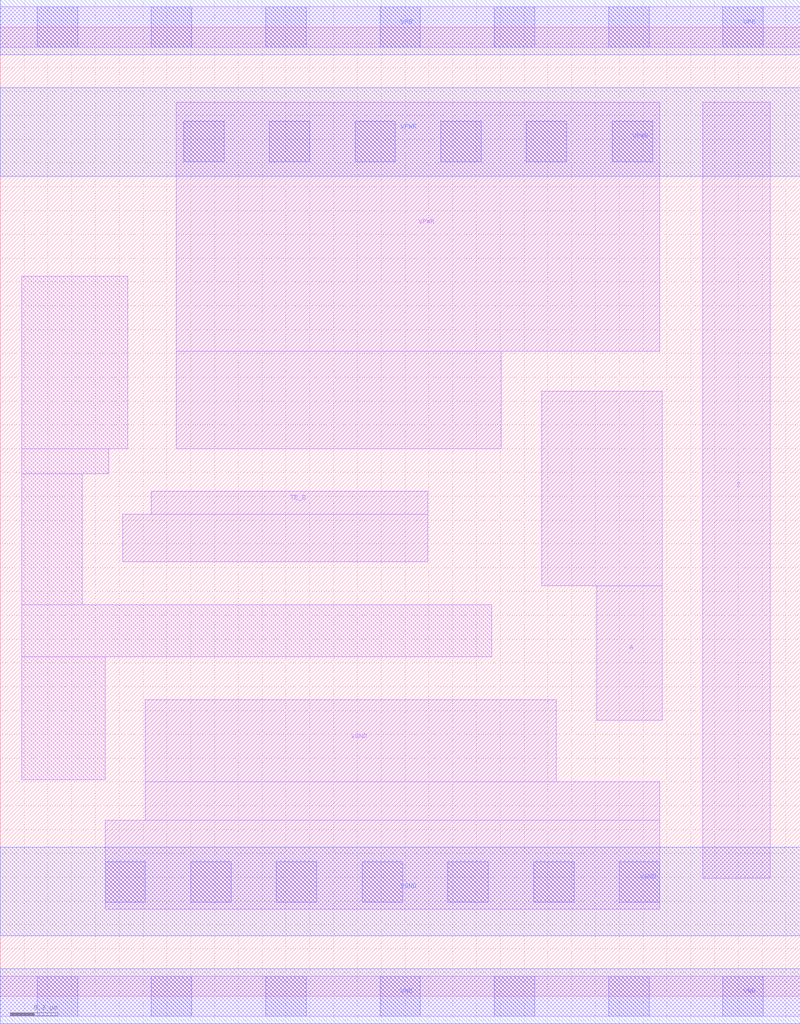
<source format=lef>
# Copyright 2020 The SkyWater PDK Authors
#
# Licensed under the Apache License, Version 2.0 (the "License");
# you may not use this file except in compliance with the License.
# You may obtain a copy of the License at
#
#     https://www.apache.org/licenses/LICENSE-2.0
#
# Unless required by applicable law or agreed to in writing, software
# distributed under the License is distributed on an "AS IS" BASIS,
# WITHOUT WARRANTIES OR CONDITIONS OF ANY KIND, either express or implied.
# See the License for the specific language governing permissions and
# limitations under the License.
#
# SPDX-License-Identifier: Apache-2.0

VERSION 5.7 ;
  NAMESCASESENSITIVE ON ;
  NOWIREEXTENSIONATPIN ON ;
  DIVIDERCHAR "/" ;
  BUSBITCHARS "[]" ;
UNITS
  DATABASE MICRONS 200 ;
END UNITS
MACRO sky130_fd_sc_hvl__einvn_1
  CLASS CORE ;
  SOURCE USER ;
  FOREIGN sky130_fd_sc_hvl__einvn_1 ;
  ORIGIN  0.000000  0.000000 ;
  SIZE  3.360000 BY  4.070000 ;
  SYMMETRY X Y ;
  SITE unithv ;
  PIN A
    ANTENNAGATEAREA  1.125000 ;
    DIRECTION INPUT ;
    USE SIGNAL ;
    PORT
      LAYER li1 ;
        RECT 2.275000 1.725000 2.780000 2.540000 ;
        RECT 2.505000 1.160000 2.780000 1.725000 ;
    END
  END A
  PIN TE_B
    ANTENNAGATEAREA  1.335000 ;
    DIRECTION INPUT ;
    USE SIGNAL ;
    PORT
      LAYER li1 ;
        RECT 0.515000 1.825000 1.795000 2.025000 ;
        RECT 0.635000 2.025000 1.795000 2.120000 ;
    END
  END TE_B
  PIN Z
    ANTENNADIFFAREA  0.641250 ;
    DIRECTION OUTPUT ;
    USE SIGNAL ;
    PORT
      LAYER li1 ;
        RECT 2.950000 0.495000 3.235000 3.755000 ;
    END
  END Z
  PIN VGND
    DIRECTION INOUT ;
    USE GROUND ;
    PORT
      LAYER li1 ;
        RECT 0.440000 0.365000 2.770000 0.740000 ;
        RECT 0.610000 0.740000 2.770000 0.900000 ;
        RECT 0.610000 0.900000 2.335000 1.245000 ;
      LAYER mcon ;
        RECT 0.440000 0.395000 0.610000 0.565000 ;
        RECT 0.800000 0.395000 0.970000 0.565000 ;
        RECT 1.160000 0.395000 1.330000 0.565000 ;
        RECT 1.520000 0.395000 1.690000 0.565000 ;
        RECT 1.880000 0.395000 2.050000 0.565000 ;
        RECT 2.240000 0.395000 2.410000 0.565000 ;
        RECT 2.600000 0.395000 2.770000 0.565000 ;
      LAYER met1 ;
        RECT 0.000000 0.255000 3.360000 0.625000 ;
    END
  END VGND
  PIN VNB
    DIRECTION INOUT ;
    USE GROUND ;
    PORT
      LAYER li1 ;
        RECT 0.000000 -0.085000 3.360000 0.085000 ;
      LAYER mcon ;
        RECT 0.155000 -0.085000 0.325000 0.085000 ;
        RECT 0.635000 -0.085000 0.805000 0.085000 ;
        RECT 1.115000 -0.085000 1.285000 0.085000 ;
        RECT 1.595000 -0.085000 1.765000 0.085000 ;
        RECT 2.075000 -0.085000 2.245000 0.085000 ;
        RECT 2.555000 -0.085000 2.725000 0.085000 ;
        RECT 3.035000 -0.085000 3.205000 0.085000 ;
      LAYER met1 ;
        RECT 0.000000 -0.115000 3.360000 0.115000 ;
    END
  END VNB
  PIN VPB
    DIRECTION INOUT ;
    USE POWER ;
    PORT
      LAYER li1 ;
        RECT 0.000000 3.985000 3.360000 4.155000 ;
      LAYER mcon ;
        RECT 0.155000 3.985000 0.325000 4.155000 ;
        RECT 0.635000 3.985000 0.805000 4.155000 ;
        RECT 1.115000 3.985000 1.285000 4.155000 ;
        RECT 1.595000 3.985000 1.765000 4.155000 ;
        RECT 2.075000 3.985000 2.245000 4.155000 ;
        RECT 2.555000 3.985000 2.725000 4.155000 ;
        RECT 3.035000 3.985000 3.205000 4.155000 ;
      LAYER met1 ;
        RECT 0.000000 3.955000 3.360000 4.185000 ;
    END
  END VPB
  PIN VPWR
    DIRECTION INOUT ;
    USE POWER ;
    PORT
      LAYER li1 ;
        RECT 0.740000 2.300000 2.105000 2.710000 ;
        RECT 0.740000 2.710000 2.770000 3.755000 ;
      LAYER mcon ;
        RECT 0.770000 3.505000 0.940000 3.675000 ;
        RECT 1.130000 3.505000 1.300000 3.675000 ;
        RECT 1.490000 3.505000 1.660000 3.675000 ;
        RECT 1.850000 3.505000 2.020000 3.675000 ;
        RECT 2.210000 3.505000 2.380000 3.675000 ;
        RECT 2.570000 3.505000 2.740000 3.675000 ;
      LAYER met1 ;
        RECT 0.000000 3.445000 3.360000 3.815000 ;
    END
  END VPWR
  OBS
    LAYER li1 ;
      RECT 0.090000 0.910000 0.440000 1.425000 ;
      RECT 0.090000 1.425000 2.065000 1.645000 ;
      RECT 0.090000 1.645000 0.345000 2.195000 ;
      RECT 0.090000 2.195000 0.455000 2.300000 ;
      RECT 0.090000 2.300000 0.535000 3.025000 ;
  END
END sky130_fd_sc_hvl__einvn_1

</source>
